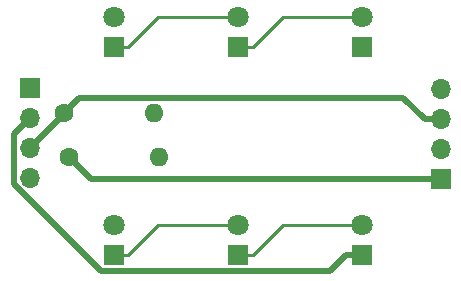
<source format=gbr>
G04 #@! TF.GenerationSoftware,KiCad,Pcbnew,(5.1.5-0-10_14)*
G04 #@! TF.CreationDate,2020-06-22T06:00:13+10:00*
G04 #@! TF.ProjectId,LED_Downlight,4c45445f-446f-4776-9e6c-696768742e6b,rev?*
G04 #@! TF.SameCoordinates,Original*
G04 #@! TF.FileFunction,Copper,L1,Top*
G04 #@! TF.FilePolarity,Positive*
%FSLAX46Y46*%
G04 Gerber Fmt 4.6, Leading zero omitted, Abs format (unit mm)*
G04 Created by KiCad (PCBNEW (5.1.5-0-10_14)) date 2020-06-22 06:00:13*
%MOMM*%
%LPD*%
G04 APERTURE LIST*
%ADD10O,1.600000X1.600000*%
%ADD11C,1.600000*%
%ADD12O,1.700000X1.700000*%
%ADD13R,1.700000X1.700000*%
%ADD14C,1.800000*%
%ADD15R,1.800000X1.800000*%
%ADD16C,0.250000*%
%ADD17C,0.500000*%
G04 APERTURE END LIST*
D10*
X186570000Y-57840000D03*
D11*
X178950000Y-57840000D03*
D10*
X186950000Y-61630000D03*
D11*
X179330000Y-61630000D03*
D12*
X210820000Y-55880000D03*
X210820000Y-58420000D03*
X210820000Y-60960000D03*
D13*
X210820000Y-63500000D03*
D12*
X176022000Y-63400000D03*
X176022000Y-60860000D03*
X176022000Y-58320000D03*
D13*
X176022000Y-55780000D03*
D14*
X204180000Y-49750000D03*
D15*
X204180000Y-52290000D03*
D14*
X193675000Y-49750000D03*
D15*
X193675000Y-52290000D03*
D14*
X183170000Y-49750000D03*
D15*
X183170000Y-52290000D03*
D14*
X204180000Y-67350000D03*
D15*
X204180000Y-69890000D03*
D14*
X193675000Y-67350000D03*
D15*
X193675000Y-69890000D03*
D14*
X183170000Y-67350000D03*
D15*
X183170000Y-69890000D03*
D16*
X183170000Y-69890000D02*
X184395300Y-69890000D01*
X184395300Y-69890000D02*
X186935300Y-67350000D01*
X186935300Y-67350000D02*
X193675000Y-67350000D01*
X193675000Y-69890000D02*
X194900300Y-69890000D01*
X194900300Y-69890000D02*
X197440300Y-67350000D01*
X197440300Y-67350000D02*
X204180000Y-67350000D01*
X183170000Y-52290000D02*
X184395300Y-52290000D01*
X184395300Y-52290000D02*
X186935300Y-49750000D01*
X186935300Y-49750000D02*
X193675000Y-49750000D01*
X193675000Y-52290000D02*
X194900300Y-52290000D01*
X194900300Y-52290000D02*
X197440300Y-49750000D01*
X197440300Y-49750000D02*
X204180000Y-49750000D01*
D17*
X204180000Y-69890000D02*
X202829700Y-69890000D01*
X202829700Y-69890000D02*
X201433300Y-71286400D01*
X201433300Y-71286400D02*
X182064900Y-71286400D01*
X182064900Y-71286400D02*
X174697400Y-63918900D01*
X174697400Y-63918900D02*
X174697400Y-59644600D01*
X174697400Y-59644600D02*
X176022000Y-58320000D01*
X178950000Y-57840000D02*
X180217300Y-56572700D01*
X180217300Y-56572700D02*
X207672400Y-56572700D01*
X207672400Y-56572700D02*
X209519700Y-58420000D01*
X176022000Y-60860000D02*
X178950000Y-57932000D01*
X178950000Y-57932000D02*
X178950000Y-57840000D01*
X210820000Y-58420000D02*
X209519700Y-58420000D01*
X210820000Y-63500000D02*
X181200000Y-63500000D01*
X181200000Y-63500000D02*
X179330000Y-61630000D01*
M02*

</source>
